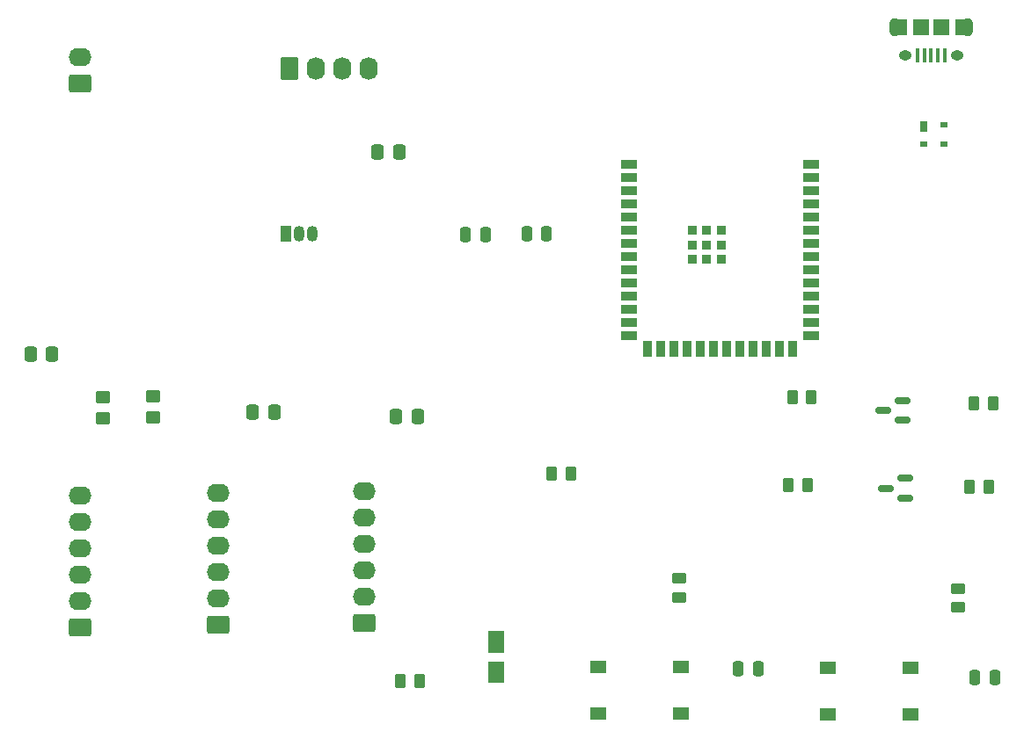
<source format=gts>
%TF.GenerationSoftware,KiCad,Pcbnew,7.0.10*%
%TF.CreationDate,2024-03-26T17:38:47-05:00*%
%TF.ProjectId,smart_helmet,736d6172-745f-4686-956c-6d65742e6b69,rev?*%
%TF.SameCoordinates,Original*%
%TF.FileFunction,Soldermask,Top*%
%TF.FilePolarity,Negative*%
%FSLAX46Y46*%
G04 Gerber Fmt 4.6, Leading zero omitted, Abs format (unit mm)*
G04 Created by KiCad (PCBNEW 7.0.10) date 2024-03-26 17:38:47*
%MOMM*%
%LPD*%
G01*
G04 APERTURE LIST*
G04 Aperture macros list*
%AMRoundRect*
0 Rectangle with rounded corners*
0 $1 Rounding radius*
0 $2 $3 $4 $5 $6 $7 $8 $9 X,Y pos of 4 corners*
0 Add a 4 corners polygon primitive as box body*
4,1,4,$2,$3,$4,$5,$6,$7,$8,$9,$2,$3,0*
0 Add four circle primitives for the rounded corners*
1,1,$1+$1,$2,$3*
1,1,$1+$1,$4,$5*
1,1,$1+$1,$6,$7*
1,1,$1+$1,$8,$9*
0 Add four rect primitives between the rounded corners*
20,1,$1+$1,$2,$3,$4,$5,0*
20,1,$1+$1,$4,$5,$6,$7,0*
20,1,$1+$1,$6,$7,$8,$9,0*
20,1,$1+$1,$8,$9,$2,$3,0*%
%AMFreePoly0*
4,1,6,1.000000,0.000000,0.500000,-0.750000,-0.500000,-0.750000,-0.500000,0.750000,0.500000,0.750000,1.000000,0.000000,1.000000,0.000000,$1*%
G04 Aperture macros list end*
%ADD10RoundRect,0.250000X-0.337500X-0.475000X0.337500X-0.475000X0.337500X0.475000X-0.337500X0.475000X0*%
%ADD11RoundRect,0.250000X-0.262500X-0.450000X0.262500X-0.450000X0.262500X0.450000X-0.262500X0.450000X0*%
%ADD12RoundRect,0.250000X0.845000X-0.620000X0.845000X0.620000X-0.845000X0.620000X-0.845000X-0.620000X0*%
%ADD13O,2.190000X1.740000*%
%ADD14R,1.500000X1.500000*%
%ADD15FreePoly0,90.000000*%
%ADD16FreePoly0,270.000000*%
%ADD17R,1.498600X0.889000*%
%ADD18R,0.889000X1.498600*%
%ADD19R,0.889000X0.889000*%
%ADD20RoundRect,0.250000X-0.250000X-0.475000X0.250000X-0.475000X0.250000X0.475000X-0.250000X0.475000X0*%
%ADD21RoundRect,0.250000X0.450000X-0.262500X0.450000X0.262500X-0.450000X0.262500X-0.450000X-0.262500X0*%
%ADD22RoundRect,0.250000X0.450000X-0.350000X0.450000X0.350000X-0.450000X0.350000X-0.450000X-0.350000X0*%
%ADD23R,1.550000X1.300000*%
%ADD24RoundRect,0.250000X-0.620000X-0.845000X0.620000X-0.845000X0.620000X0.845000X-0.620000X0.845000X0*%
%ADD25O,1.740000X2.190000*%
%ADD26R,0.700000X1.000000*%
%ADD27R,0.700000X0.600000*%
%ADD28R,1.070000X1.500000*%
%ADD29O,1.070000X1.500000*%
%ADD30R,0.400000X1.350000*%
%ADD31O,1.016000X1.778000*%
%ADD32R,1.200000X1.550000*%
%ADD33O,1.250000X0.950000*%
%ADD34R,1.500000X1.550000*%
%ADD35RoundRect,0.150000X0.587500X0.150000X-0.587500X0.150000X-0.587500X-0.150000X0.587500X-0.150000X0*%
G04 APERTURE END LIST*
D10*
%TO.C,C1*%
X130510772Y-87283591D03*
X132585772Y-87283591D03*
%TD*%
D11*
%TO.C,R3*%
X180681730Y-98791144D03*
X182506730Y-98791144D03*
%TD*%
D10*
%TO.C,C8*%
X165704218Y-93299958D03*
X167779218Y-93299958D03*
%TD*%
D12*
%TO.C,SensorConn3*%
X162635669Y-113132694D03*
D13*
X162635669Y-110592694D03*
X162635669Y-108052694D03*
X162635669Y-105512694D03*
X162635669Y-102972694D03*
X162635669Y-100432694D03*
%TD*%
D14*
%TO.C,JP1*%
X175307661Y-117646908D03*
X175307661Y-115246908D03*
D15*
X175307661Y-118446908D03*
D16*
X175307661Y-114446908D03*
%TD*%
D11*
%TO.C,R8*%
X203450483Y-99824586D03*
X205275483Y-99824586D03*
%TD*%
D17*
%TO.C,U1*%
X188103565Y-69000685D03*
X188103565Y-70270685D03*
X188103565Y-71540685D03*
X188103565Y-72810685D03*
X188103565Y-74080685D03*
X188103565Y-75350685D03*
X188103565Y-76620685D03*
X188103565Y-77890685D03*
X188103565Y-79160685D03*
X188103565Y-80430685D03*
X188103565Y-81700685D03*
X188103565Y-82970685D03*
X188103565Y-84240685D03*
X188103565Y-85510685D03*
D18*
X189868565Y-86760685D03*
X191138565Y-86760685D03*
X192408565Y-86760685D03*
X193678565Y-86760685D03*
X194948565Y-86760685D03*
X196218565Y-86760685D03*
X197488565Y-86760685D03*
X198758565Y-86760685D03*
X200028565Y-86760685D03*
X201298565Y-86760685D03*
X202568565Y-86760685D03*
X203838565Y-86760685D03*
D17*
X205603565Y-85510685D03*
X205603565Y-84240685D03*
X205603565Y-82970685D03*
X205603565Y-81700685D03*
X205603565Y-80430685D03*
X205603565Y-79160685D03*
X205603565Y-77890685D03*
X205603565Y-76620685D03*
X205603565Y-75350685D03*
X205603565Y-74080685D03*
X205603565Y-72810685D03*
X205603565Y-71540685D03*
X205603565Y-70270685D03*
X205603565Y-69000685D03*
D19*
X195603565Y-76720685D03*
X195603565Y-75320685D03*
X194203565Y-75320685D03*
X194203565Y-76720685D03*
X194203565Y-78120685D03*
X195603565Y-78120685D03*
X197003565Y-78120685D03*
X197003565Y-76720685D03*
X197003565Y-75320685D03*
%TD*%
D11*
%TO.C,R6*%
X166106048Y-118756792D03*
X167931048Y-118756792D03*
%TD*%
D20*
%TO.C,C4*%
X221413378Y-118396298D03*
X223313378Y-118396298D03*
%TD*%
D10*
%TO.C,C7*%
X151889487Y-92840046D03*
X153964487Y-92840046D03*
%TD*%
D12*
%TO.C,Injector1*%
X135243207Y-61213213D03*
D13*
X135243207Y-58673213D03*
%TD*%
D21*
%TO.C,R10*%
X219792338Y-111666687D03*
X219792338Y-109841687D03*
%TD*%
D22*
%TO.C,R2*%
X137444333Y-93407402D03*
X137444333Y-91407402D03*
%TD*%
D20*
%TO.C,C6*%
X178261713Y-75693899D03*
X180161713Y-75693899D03*
%TD*%
D11*
%TO.C,R7*%
X203838848Y-91427388D03*
X205663848Y-91427388D03*
%TD*%
D20*
%TO.C,C3*%
X198642564Y-117548376D03*
X200542564Y-117548376D03*
%TD*%
D23*
%TO.C,SW1*%
X185157122Y-117350226D03*
X193107122Y-117350226D03*
X185157122Y-121850226D03*
X193107122Y-121850226D03*
%TD*%
D10*
%TO.C,C2*%
X163900929Y-67798738D03*
X165975929Y-67798738D03*
%TD*%
D12*
%TO.C,SensorConn1*%
X135293817Y-113581960D03*
D13*
X135293817Y-111041960D03*
X135293817Y-108501960D03*
X135293817Y-105961960D03*
X135293817Y-103421960D03*
X135293817Y-100881960D03*
%TD*%
D23*
%TO.C,SW2*%
X207242576Y-117489609D03*
X215192576Y-117489609D03*
X207242576Y-121989609D03*
X215192576Y-121989609D03*
%TD*%
D12*
%TO.C,SensorConn2*%
X148566087Y-113294023D03*
D13*
X148566087Y-110754023D03*
X148566087Y-108214023D03*
X148566087Y-105674023D03*
X148566087Y-103134023D03*
X148566087Y-100594023D03*
%TD*%
D22*
%TO.C,R1*%
X142345478Y-93344945D03*
X142345478Y-91344945D03*
%TD*%
D24*
%TO.C,BuckConv1*%
X155436600Y-59745523D03*
D25*
X157976600Y-59745523D03*
X160516600Y-59745523D03*
X163056600Y-59745523D03*
%TD*%
D26*
%TO.C,D1*%
X216458507Y-65339588D03*
D27*
X216458507Y-67039588D03*
X218458507Y-67039588D03*
X218458507Y-65139588D03*
%TD*%
D28*
%TO.C,U4*%
X155072830Y-75637066D03*
D29*
X156342830Y-75637066D03*
X157612830Y-75637066D03*
%TD*%
D30*
%TO.C,J1*%
X218485347Y-58434667D03*
X217835347Y-58434667D03*
X217185347Y-58434667D03*
X216535347Y-58434667D03*
X215885347Y-58434667D03*
D31*
X220685347Y-55734667D03*
D32*
X220085347Y-55734667D03*
D33*
X219685347Y-58434667D03*
D34*
X218185347Y-55734667D03*
X216185347Y-55734667D03*
D33*
X214685347Y-58434667D03*
D32*
X214285347Y-55734667D03*
D31*
X213685347Y-55734667D03*
%TD*%
D11*
%TO.C,R5*%
X220879121Y-99999626D03*
X222704121Y-99999626D03*
%TD*%
D20*
%TO.C,C5*%
X172390953Y-75744509D03*
X174290953Y-75744509D03*
%TD*%
D11*
%TO.C,R4*%
X221299301Y-92034708D03*
X223124301Y-92034708D03*
%TD*%
D21*
%TO.C,R9*%
X192949543Y-110666935D03*
X192949543Y-108841935D03*
%TD*%
D35*
%TO.C,Q1*%
X214479807Y-93636414D03*
X214479807Y-91736414D03*
X212604807Y-92686414D03*
%TD*%
%TO.C,Q2*%
X214682247Y-101126695D03*
X214682247Y-99226695D03*
X212807247Y-100176695D03*
%TD*%
M02*

</source>
